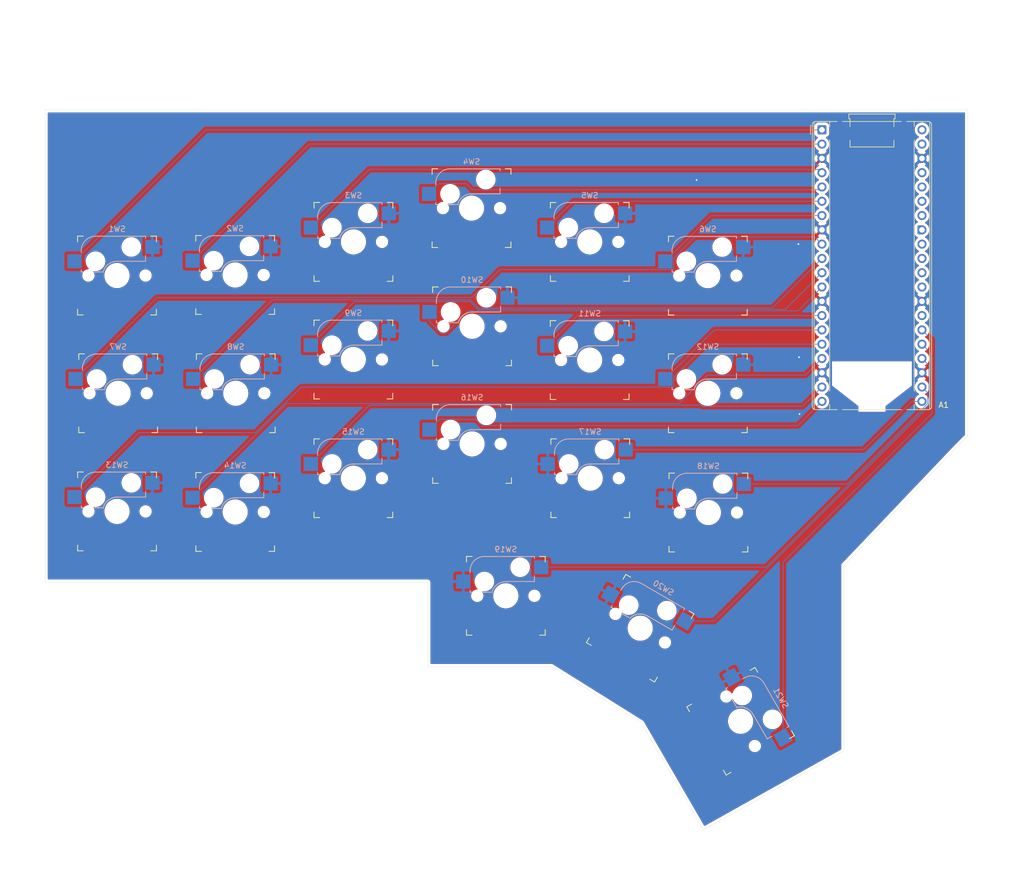
<source format=kicad_pcb>
(kicad_pcb (version 20241229) (generator "pcbnew") (generator_version "9.0")
  (layers (0 "F.Cu" signal "Front") (4 "In1.Cu" signal) (6 "In2.Cu" signal) (2 "B.Cu" signal "Back") (13 "F.Paste" user) (15 "B.Paste" user) (5 "F.SilkS" user "F.Silkscreen") (7 "B.SilkS" user "B.Silkscreen") (1 "F.Mask" user) (3 "B.Mask" user) (25 "Edge.Cuts" user))
  (net 0 "")
  (net 1 "Net-(A1-GPIO6)")
  (net 3 "GND")
  (net 4 "Net-(A1-GPIO12)")
  (net 5 "Net-(A1-GPIO0)")
  (net 7 "Net-(A1-GPIO15)")
  (net 9 "Net-(A1-GPIO5)")
  (net 11 "Net-(A1-GPIO2)")
  (net 12 "+3V8")
  (net 13 "Net-(A1-GPIO14)")
  (net 14 "Net-(A1-GPIO9)")
  (net 15 "Net-(A1-GPIO1)")
  (net 16 "Net-(A1-GPIO7)")
  (net 17 "Net-(A1-GPIO19)")
  (net 18 "Net-(A1-GPIO17)")
  (net 19 "Net-(A1-GPIO18)")
  (net 20 "Net-(A1-GPIO3)")
  (net 21 "Net-(A1-GPIO20)")
  (net 22 "Net-(A1-GPIO4)")
  (net 24 "Net-(A1-GPIO8)")
  (net 26 "Net-(A1-GPIO10)")
  (net 31 "Net-(A1-GPIO11)")
  (net 33 "Net-(A1-GPIO13)")
  (net 34 "Net-(A1-GPIO16)")
  (footprint "Kailh_socket_MX:Kailh_socket_MX" (layer "F.Cu") (at 80.79 64.48)
    (property "Reference" "SW1" (at 0 -8.255 0) (layer "B.SilkS") (effects (justify mirror)))
    (property "Value" "SW_Push")
    (pad "" np_thru_hole circle (at -5.08 0) (size 1.7018 1.7018) (drill 1.7018) (layers "*.Cu" "*.Mask"))
    (pad "" np_thru_hole circle (at -3.81 -2.54) (size 3 3) (drill 3) (layers "*.Cu" "*.Mask"))
    (pad "" np_thru_hole circle (at 0 0) (size 3.9878 3.9878) (drill 3.9878) (layers "*.Cu" "*.Mask"))
    (pad "" np_thru_hole circle (at 2.54 -5.08) (size 3 3) (drill 3) (layers "*.Cu" "*.Mask"))
    (pad "" np_thru_hole circle (at 5.08 0) (size 1.7018 1.7018) (drill 1.7018) (layers "*.Cu" "*.Mask"))
    (pad "1" smd rect (at 6.29 -5.08) (size 2.55 2.5) (layers "B.Cu" "B.Mask" "B.Paste") (net 3 "GND"))
    (pad "2" smd rect (at -7.56 -2.54) (size 2.55 2.5) (layers "B.Cu" "B.Mask" "B.Paste") (net 5 "Net-(A1-GPIO0)"))
  )
  (footprint "Kailh_socket_MX:Kailh_socket_MX" (layer "F.Cu") (at 101.79 64.38)
    (property "Reference" "SW2" (at 0 -8.255 0) (layer "B.SilkS") (effects (justify mirror)))
    (property "Value" "SW_Push")
    (pad "" np_thru_hole circle (at -5.08 0) (size 1.7018 1.7018) (drill 1.7018) (layers "*.Cu" "*.Mask"))
    (pad "" np_thru_hole circle (at -3.81 -2.54) (size 3 3) (drill 3) (layers "*.Cu" "*.Mask"))
    (pad "" np_thru_hole circle (at 0 0) (size 3.9878 3.9878) (drill 3.9878) (layers "*.Cu" "*.Mask"))
    (pad "" np_thru_hole circle (at 2.54 -5.08) (size 3 3) (drill 3) (layers "*.Cu" "*.Mask"))
    (pad "" np_thru_hole circle (at 5.08 0) (size 1.7018 1.7018) (drill 1.7018) (layers "*.Cu" "*.Mask"))
    (pad "1" smd rect (at 6.29 -5.08) (size 2.55 2.5) (layers "B.Cu" "B.Mask" "B.Paste") (net 3 "GND"))
    (pad "2" smd rect (at -7.56 -2.54) (size 2.55 2.5) (layers "B.Cu" "B.Mask" "B.Paste") (net 15 "Net-(A1-GPIO1)"))
  )
  (footprint "Kailh_socket_MX:Kailh_socket_MX" (layer "F.Cu") (at 185.9 106.6)
    (property "Reference" "SW18" (at 0 -8.255 0) (layer "B.SilkS") (effects (justify mirror)))
    (property "Value" "SW_Push")
    (pad "" np_thru_hole circle (at -5.08 0) (size 1.7018 1.7018) (drill 1.7018) (layers "*.Cu" "*.Mask"))
    (pad "" np_thru_hole circle (at -3.81 -2.54) (size 3 3) (drill 3) (layers "*.Cu" "*.Mask"))
    (pad "" np_thru_hole circle (at 0 0) (size 3.9878 3.9878) (drill 3.9878) (layers "*.Cu" "*.Mask"))
    (pad "" np_thru_hole circle (at 2.54 -5.08) (size 3 3) (drill 3) (layers "*.Cu" "*.Mask"))
    (pad "" np_thru_hole circle (at 5.08 0) (size 1.7018 1.7018) (drill 1.7018) (layers "*.Cu" "*.Mask"))
    (pad "1" smd rect (at 6.29 -5.08) (size 2.55 2.5) (layers "B.Cu" "B.Mask" "B.Paste") (net 18 "Net-(A1-GPIO17)"))
    (pad "2" smd rect (at -7.56 -2.54) (size 2.55 2.5) (layers "B.Cu" "B.Mask" "B.Paste") (net 3 "GND"))
  )
  (footprint "Kailh_socket_MX:Kailh_socket_MX" (layer "F.Cu") (at 122.8 79.4)
    (property "Reference" "SW9" (at 0 -8.255 0) (layer "B.SilkS") (effects (justify mirror)))
    (property "Value" "SW_Push")
    (pad "" np_thru_hole circle (at -5.08 0) (size 1.7018 1.7018) (drill 1.7018) (layers "*.Cu" "*.Mask"))
    (pad "" np_thru_hole circle (at -3.81 -2.54) (size 3 3) (drill 3) (layers "*.Cu" "*.Mask"))
    (pad "" np_thru_hole circle (at 0 0) (size 3.9878 3.9878) (drill 3.9878) (layers "*.Cu" "*.Mask"))
    (pad "" np_thru_hole circle (at 2.54 -5.08) (size 3 3) (drill 3) (layers "*.Cu" "*.Mask"))
    (pad "" np_thru_hole circle (at 5.08 0) (size 1.7018 1.7018) (drill 1.7018) (layers "*.Cu" "*.Mask"))
    (pad "1" smd rect (at 6.29 -5.08) (size 2.55 2.5) (layers "B.Cu" "B.Mask" "B.Paste") (net 3 "GND"))
    (pad "2" smd rect (at -7.56 -2.54) (size 2.55 2.5) (layers "B.Cu" "B.Mask" "B.Paste") (net 24 "Net-(A1-GPIO8)"))
  )
  (footprint "Kailh_socket_MX:Kailh_socket_MX" (layer "F.Cu") (at 122.8 100.5)
    (property "Reference" "SW15" (at 0 -8.255 0) (layer "B.SilkS") (effects (justify mirror)))
    (property "Value" "SW_Push")
    (pad "" np_thru_hole circle (at -5.08 0) (size 1.7018 1.7018) (drill 1.7018) (layers "*.Cu" "*.Mask"))
    (pad "" np_thru_hole circle (at -3.81 -2.54) (size 3 3) (drill 3) (layers "*.Cu" "*.Mask"))
    (pad "" np_thru_hole circle (at 0 0) (size 3.9878 3.9878) (drill 3.9878) (layers "*.Cu" "*.Mask"))
    (pad "" np_thru_hole circle (at 2.54 -5.08) (size 3 3) (drill 3) (layers "*.Cu" "*.Mask"))
    (pad "" np_thru_hole circle (at 5.08 0) (size 1.7018 1.7018) (drill 1.7018) (layers "*.Cu" "*.Mask"))
    (pad "1" smd rect (at 6.29 -5.08) (size 2.55 2.5) (layers "B.Cu" "B.Mask" "B.Paste") (net 3 "GND"))
    (pad "2" smd rect (at -7.56 -2.54) (size 2.55 2.5) (layers "B.Cu" "B.Mask" "B.Paste") (net 13 "Net-(A1-GPIO14)"))
  )
  (footprint "Kailh_socket_MX:Kailh_socket_MX" (layer "F.Cu") (at 80.8 106.4)
    (property "Reference" "SW13" (at 0 -8.255 0) (layer "B.SilkS") (effects (justify mirror)))
    (property "Value" "SW_Push")
    (pad "" np_thru_hole circle (at -5.08 0) (size 1.7018 1.7018) (drill 1.7018) (layers "*.Cu" "*.Mask"))
    (pad "" np_thru_hole circle (at -3.81 -2.54) (size 3 3) (drill 3) (layers "*.Cu" "*.Mask"))
    (pad "" np_thru_hole circle (at 0 0) (size 3.9878 3.9878) (drill 3.9878) (layers "*.Cu" "*.Mask"))
    (pad "" np_thru_hole circle (at 2.54 -5.08) (size 3 3) (drill 3) (layers "*.Cu" "*.Mask"))
    (pad "" np_thru_hole circle (at 5.08 0) (size 1.7018 1.7018) (drill 1.7018) (layers "*.Cu" "*.Mask"))
    (pad "1" smd rect (at 6.29 -5.08) (size 2.55 2.5) (layers "B.Cu" "B.Mask" "B.Paste") (net 3 "GND"))
    (pad "2" smd rect (at -7.56 -2.54) (size 2.55 2.5) (layers "B.Cu" "B.Mask" "B.Paste") (net 4 "Net-(A1-GPIO12)"))
  )
  (footprint "Kailh_socket_MX:Kailh_socket_MX" (layer "F.Cu") (at 101.9 85.4)
    (property "Reference" "SW8" (at 0 -8.255 0) (layer "B.SilkS") (effects (justify mirror)))
    (property "Value" "SW_Push")
    (pad "" np_thru_hole circle (at -5.08 0) (size 1.7018 1.7018) (drill 1.7018) (layers "*.Cu" "*.Mask"))
    (pad "" np_thru_hole circle (at -3.81 -2.54) (size 3 3) (drill 3) (layers "*.Cu" "*.Mask"))
    (pad "" np_thru_hole circle (at 0 0) (size 3.9878 3.9878) (drill 3.9878) (layers "*.Cu" "*.Mask"))
    (pad "" np_thru_hole circle (at 2.54 -5.08) (size 3 3) (drill 3) (layers "*.Cu" "*.Mask"))
    (pad "" np_thru_hole circle (at 5.08 0) (size 1.7018 1.7018) (drill 1.7018) (layers "*.Cu" "*.Mask"))
    (pad "1" smd rect (at 6.29 -5.08) (size 2.55 2.5) (layers "B.Cu" "B.Mask" "B.Paste") (net 3 "GND"))
    (pad "2" smd rect (at -7.56 -2.54) (size 2.55 2.5) (layers "B.Cu" "B.Mask" "B.Paste") (net 16 "Net-(A1-GPIO7)"))
  )
  (footprint "Kailh_socket_MX:Kailh_socket_MX" (layer "F.Cu") (at 143.9 73.5)
    (property "Reference" "SW10" (at 0 -8.255 0) (layer "B.SilkS") (effects (justify mirror)))
    (property "Value" "SW_Push")
    (pad "" np_thru_hole circle (at -5.08 0) (size 1.7018 1.7018) (drill 1.7018) (layers "*.Cu" "*.Mask"))
    (pad "" np_thru_hole circle (at -3.81 -2.54) (size 3 3) (drill 3) (layers "*.Cu" "*.Mask"))
    (pad "" np_thru_hole circle (at 0 0) (size 3.9878 3.9878) (drill 3.9878) (layers "*.Cu" "*.Mask"))
    (pad "" np_thru_hole circle (at 2.54 -5.08) (size 3 3) (drill 3) (layers "*.Cu" "*.Mask"))
    (pad "" np_thru_hole circle (at 5.08 0) (size 1.7018 1.7018) (drill 1.7018) (layers "*.Cu" "*.Mask"))
    (pad "1" smd rect (at 6.29 -5.08) (size 2.55 2.5) (layers "B.Cu" "B.Mask" "B.Paste") (net 3 "GND"))
    (pad "2" smd rect (at -7.56 -2.54) (size 2.55 2.5) (layers "B.Cu" "B.Mask" "B.Paste") (net 14 "Net-(A1-GPIO9)"))
  )
  (footprint "Kailh_socket_MX:Kailh_socket_MX" (layer "F.Cu") (at 164.9 100.5)
    (property "Reference" "SW17" (at 0 -8.255 0) (layer "B.SilkS") (effects (justify mirror)))
    (property "Value" "SW_Push")
    (pad "" np_thru_hole circle (at -5.08 0) (size 1.7018 1.7018) (drill 1.7018) (layers "*.Cu" "*.Mask"))
    (pad "" np_thru_hole circle (at -3.81 -2.54) (size 3 3) (drill 3) (layers "*.Cu" "*.Mask"))
    (pad "" np_thru_hole circle (at 0 0) (size 3.9878 3.9878) (drill 3.9878) (layers "*.Cu" "*.Mask"))
    (pad "" np_thru_hole circle (at 2.54 -5.08) (size 3 3) (drill 3) (layers "*.Cu" "*.Mask"))
    (pad "" np_thru_hole circle (at 5.08 0) (size 1.7018 1.7018) (drill 1.7018) (layers "*.Cu" "*.Mask"))
    (pad "1" smd rect (at 6.29 -5.08) (size 2.55 2.5) (layers "B.Cu" "B.Mask" "B.Paste") (net 34 "Net-(A1-GPIO16)"))
    (pad "2" smd rect (at -7.56 -2.54) (size 2.55 2.5) (layers "B.Cu" "B.Mask" "B.Paste") (net 3 "GND"))
  )
  (footprint "Kailh_socket_MX:Kailh_socket_MX" (layer "F.Cu") (at 122.815 58.5)
    (property "Reference" "SW3" (at 0 -8.255 0) (layer "B.SilkS") (effects (justify mirror)))
    (property "Value" "SW_Push")
    (pad "" np_thru_hole circle (at -5.08 0) (size 1.7018 1.7018) (drill 1.7018) (layers "*.Cu" "*.Mask"))
    (pad "" np_thru_hole circle (at -3.81 -2.54) (size 3 3) (drill 3) (layers "*.Cu" "*.Mask"))
    (pad "" np_thru_hole circle (at 0 0) (size 3.9878 3.9878) (drill 3.9878) (layers "*.Cu" "*.Mask"))
    (pad "" np_thru_hole circle (at 2.54 -5.08) (size 3 3) (drill 3) (layers "*.Cu" "*.Mask"))
    (pad "" np_thru_hole circle (at 5.08 0) (size 1.7018 1.7018) (drill 1.7018) (layers "*.Cu" "*.Mask"))
    (pad "1" smd rect (at 6.29 -5.08) (size 2.55 2.5) (layers "B.Cu" "B.Mask" "B.Paste") (net 3 "GND"))
    (pad "2" smd rect (at -7.56 -2.54) (size 2.55 2.5) (layers "B.Cu" "B.Mask" "B.Paste") (net 11 "Net-(A1-GPIO2)"))
  )
  (footprint "Kailh_socket_MX:Kailh_socket_MX" (layer "F.Cu") (at 101.8 106.5)
    (property "Reference" "SW14" (at 0 -8.255 0) (layer "B.SilkS") (effects (justify mirror)))
    (property "Value" "SW_Push")
    (pad "" np_thru_hole circle (at -5.08 0) (size 1.7018 1.7018) (drill 1.7018) (layers "*.Cu" "*.Mask"))
    (pad "" np_thru_hole circle (at -3.81 -2.54) (size 3 3) (drill 3) (layers "*.Cu" "*.Mask"))
    (pad "" np_thru_hole circle (at 0 0) (size 3.9878 3.9878) (drill 3.9878) (layers "*.Cu" "*.Mask"))
    (pad "" np_thru_hole circle (at 2.54 -5.08) (size 3 3) (drill 3) (layers "*.Cu" "*.Mask"))
    (pad "" np_thru_hole circle (at 5.08 0) (size 1.7018 1.7018) (drill 1.7018) (layers "*.Cu" "*.Mask"))
    (pad "1" smd rect (at 6.29 -5.08) (size 2.55 2.5) (layers "B.Cu" "B.Mask" "B.Paste") (net 3 "GND"))
    (pad "2" smd rect (at -7.56 -2.54) (size 2.55 2.5) (layers "B.Cu" "B.Mask" "B.Paste") (net 33 "Net-(A1-GPIO13)"))
  )
  (footprint "Kailh_socket_MX:Kailh_socket_MX" (layer "F.Cu") (at 191.62 143.699409 -60)
    (property "Reference" "SW21" (at 0 -8.255 120) (layer "B.SilkS") (effects (justify mirror)))
    (property "Value" "SW_Push")
    (pad "" np_thru_hole circle (at -5.08 0 300) (size 1.7018 1.7018) (drill 1.7018) (layers "*.Cu" "*.Mask"))
    (pad "" np_thru_hole circle (at -3.81 -2.540001 300) (size 3 3) (drill 3) (layers "*.Cu" "*.Mask"))
    (pad "" np_thru_hole circle (at 0 0 300) (size 3.9878 3.9878) (drill 3.9878) (layers "*.Cu" "*.Mask"))
    (pad "" np_thru_hole circle (at 2.54 -5.08 300) (size 3 3) (drill 3) (layers "*.Cu" "*.Mask"))
    (pad "" np_thru_hole circle (at 5.08 0 300) (size 1.7018 1.7018) (drill 1.7018) (layers "*.Cu" "*.Mask"))
    (pad "1" smd rect (at 6.29 -5.08 300) (size 2.55 2.5) (layers "B.Cu" "B.Mask" "B.Paste") (net 21 "Net-(A1-GPIO20)"))
    (pad "2" smd rect (at -7.56 -2.54 300) (size 2.55 2.5) (layers "B.Cu" "B.Mask" "B.Paste") (net 3 "GND"))
  )
  (footprint "Kailh_socket_MX:Kailh_socket_MX" (layer "F.Cu") (at 164.8 79.5)
    (property "Reference" "SW11" (at 0 -8.255 0) (layer "B.SilkS") (effects (justify mirror)))
    (property "Value" "SW_Push")
    (pad "" np_thru_hole circle (at -5.08 0) (size 1.7018 1.7018) (drill 1.7018) (layers "*.Cu" "*.Mask"))
    (pad "" np_thru_hole circle (at -3.81 -2.54) (size 3 3) (drill 3) (layers "*.Cu" "*.Mask"))
    (pad "" np_thru_hole circle (at 0 0) (size 3.9878 3.9878) (drill 3.9878) (layers "*.Cu" "*.Mask"))
    (pad "" np_thru_hole circle (at 2.54 -5.08) (size 3 3) (drill 3) (layers "*.Cu" "*.Mask"))
    (pad "" np_thru_hole circle (at 5.08 0) (size 1.7018 1.7018) (drill 1.7018) (layers "*.Cu" "*.Mask"))
    (pad "1" smd rect (at 6.29 -5.08) (size 2.55 2.5) (layers "B.Cu" "B.Mask" "B.Paste") (net 3 "GND"))
    (pad "2" smd rect (at -7.56 -2.54) (size 2.55 2.5) (layers "B.Cu" "B.Mask" "B.Paste") (net 26 "Net-(A1-GPIO10)"))
  )
  (footprint "Kailh_socket_MX:Kailh_socket_MX" (layer "F.Cu") (at 185.8 64.5)
    (property "Reference" "SW6" (at 0 -8.255 0) (layer "B.SilkS") (effects (justify mirror)))
    (property "Value" "SW_Push")
    (pad "" np_thru_hole circle (at -5.08 0) (size 1.7018 1.7018) (drill 1.7018) (layers "*.Cu" "*.Mask"))
    (pad "" np_thru_hole circle (at -3.81 -2.54) (size 3 3) (drill 3) (layers "*.Cu" "*.Mask"))
    (pad "" np_thru_hole circle (at 0 0) (size 3.9878 3.9878) (drill 3.9878) (layers "*.Cu" "*.Mask"))
    (pad "" np_thru_hole circle (at 2.54 -5.08) (size 3 3) (drill 3) (layers "*.Cu" "*.Mask"))
    (pad "" np_thru_hole circle (at 5.08 0) (size 1.7018 1.7018) (drill 1.7018) (layers "*.Cu" "*.Mask"))
    (pad "1" smd rect (at 6.29 -5.08) (size 2.55 2.5) (layers "B.Cu" "B.Mask" "B.Paste") (net 3 "GND"))
    (pad "2" smd rect (at -7.56 -2.54) (size 2.55 2.5) (layers "B.Cu" "B.Mask" "B.Paste") (net 9 "Net-(A1-GPIO5)"))
  )
  (footprint "Module:RaspberryPi_Pico_Common_THT" (layer "F.Cu") (at 206.08 38.58)
    (property "Reference" "A1" (at 20.6375 48.895 0) (layer "F.SilkS") (effects (justify left)))
    (property "Value" "RaspberryPi_Pico_W")
    (pad "1" thru_hole roundrect (at 0 0) (size 1.6 1.6) (drill 1) (layers "*.Cu" "*.Mask") (roundrect_rratio 0.125) (net 5 "Net-(A1-GPIO0)"))
    (pad "2" thru_hole circle (at 0 2.54) (size 1.6 1.6) (drill 1) (layers "*.Cu" "*.Mask") (net 15 "Net-(A1-GPIO1)"))
    (pad "3" thru_hole custom (at 0 5.08) (size 1.6 1.6) (drill 1) (layers "*.Cu" "*.Mask") (net 3 "GND") (options (clearance outline) (anchor circle)) (primitives (gr_poly (pts (xy 0.8 0.6) (xy 0.8 -0.6) (xy 0.6 -0.8) (xy 0 -0.8) (xy 0 0.8) (xy 0.6 0.8)) (width 0) (fill yes)) (gr_circle (center 0.6 0.6) (end 0.8 0.6) (width 0) (fill yes)) (gr_circle (center 0.6 -0.6) (end 0.8 -0.6) (width 0) (fill yes))))
    (pad "4" thru_hole circle (at 0 7.62) (size 1.6 1.6) (drill 1) (layers "*.Cu" "*.Mask") (net 11 "Net-(A1-GPIO2)"))
    (pad "5" thru_hole circle (at 0 10.16) (size 1.6 1.6) (drill 1) (layers "*.Cu" "*.Mask") (net 20 "Net-(A1-GPIO3)"))
    (pad "6" thru_hole circle (at 0 12.7) (size 1.6 1.6) (drill 1) (layers "*.Cu" "*.Mask") (net 22 "Net-(A1-GPIO4)"))
    (pad "7" thru_hole circle (at 0 15.24) (size 1.6 1.6) (drill 1) (layers "*.Cu" "*.Mask") (net 9 "Net-(A1-GPIO5)"))
    (pad "8" thru_hole custom (at 0 17.78) (size 1.6 1.6) (drill 1) (layers "*.Cu" "*.Mask") (net 3 "GND") (options (clearance outline) (anchor circle)) (primitives (gr_poly (pts (xy 0.8 0.6) (xy 0.8 -0.6) (xy 0.6 -0.8) (xy 0 -0.8) (xy 0 0.8) (xy 0.6 0.8)) (width 0) (fill yes)) (gr_circle (center 0.6 0.6) (end 0.8 0.6) (width 0) (fill yes)) (gr_circle (center 0.6 -0.6) (end 0.8 -0.6) (width 0) (fill yes))))
    (pad "9" thru_hole circle (at 0 20.32) (size 1.6 1.6) (drill 1) (layers "*.Cu" "*.Mask") (net 1 "Net-(A1-GPIO6)"))
    (pad "10" thru_hole circle (at 0 22.86) (size 1.6 1.6) (drill 1) (layers "*.Cu" "*.Mask") (net 16 "Net-(A1-GPIO7)"))
    (pad "11" thru_hole circle (at 0 25.4) (size 1.6 1.6) (drill 1) (layers "*.Cu" "*.Mask") (net 24 "Net-(A1-GPIO8)"))
    (pad "12" thru_hole circle (at 0 27.94) (size 1.6 1.6) (drill 1) (layers "*.Cu" "*.Mask") (net 14 "Net-(A1-GPIO9)"))
    (pad "13" thru_hole custom (at 0 30.48) (size 1.6 1.6) (drill 1) (layers "*.Cu" "*.Mask") (net 3 "GND") (options (clearance outline) (anchor circle)) (primitives (gr_poly (pts (xy 0.8 0.6) (xy 0.8 -0.6) (xy 0.6 -0.8) (xy 0 -0.8) (xy 0 0.8) (xy 0.6 0.8)) (width 0) (fill yes)) (gr_circle (center 0.6 0.6) (end 0.8 0.6) (width 0) (fill yes)) (gr_circle (center 0.6 -0.6) (end 0.8 -0.6) (width 0) (fill yes))))
    (pad "14" thru_hole circle (at 0 33.02) (size 1.6 1.6) (drill 1) (layers "*.Cu" "*.Mask") (net 26 "Net-(A1-GPIO10)"))
    (pad "15" thru_hole circle (at 0 35.56) (size 1.6 1.6) (drill 1) (layers "*.Cu" "*.Mask") (net 31 "Net-(A1-GPIO11)"))
    (pad "16" thru_hole circle (at 0 38.1) (size 1.6 1.6) (drill 1) (layers "*.Cu" "*.Mask") (net 4 "Net-(A1-GPIO12)"))
    (pad "17" thru_hole circle (at 0 40.64) (size 1.6 1.6) (drill 1) (layers "*.Cu" "*.Mask") (net 33 "Net-(A1-GPIO13)"))
    (pad "18" thru_hole custom (at 0 43.18) (size 1.6 1.6) (drill 1) (layers "*.Cu" "*.Mask") (net 3 "GND") (options (clearance outline) (anchor circle)) (primitives (gr_poly (pts (xy 0.8 0.6) (xy 0.8 -0.6) (xy 0.6 -0.8) (xy 0 -0.8) (xy 0 0.8) (xy 0.6 0.8)) (width 0) (fill yes)) (gr_circle (center 0.6 0.6) (end 0.8 0.6) (width 0) (fill yes)) (gr_circle (center 0.6 -0.6) (end 0.8 -0.6) (width 0) (fill yes))))
    (pad "19" thru_hole circle (at 0 45.72) (size 1.6 1.6) (drill 1) (layers "*.Cu" "*.Mask") (net 13 "Net-(A1-GPIO14)"))
    (pad "20" thru_hole circle (at 0 48.26) (size 1.6 1.6) (drill 1) (layers "*.Cu" "*.Mask") (net 7 "Net-(A1-GPIO15)"))
    (pad "21" thru_hole circle (at 17.78 48.26) (size 1.6 1.6) (drill 1) (layers "*.Cu" "*.Mask") (net 34 "Net-(A1-GPIO16)"))
    (pad "22" thru_hole circle (at 17.78 45.72) (size 1.6 1.6) (drill 1) (layers "*.Cu" "*.Mask") (net 18 "Net-(A1-GPIO17)"))
    (pad "23" thru_hole custom (at 17.78 43.18) (size 1.6 1.6) (drill 1) (layers "*.Cu" "*.Mask") (net 3 "GND") (options (clearance outline) (anchor circle)) (primitives (gr_poly (pts (xy -0.8 0.6) (xy -0.8 -0.6) (xy -0.6 -0.8) (xy 0 -0.8) (xy 0 0.8) (xy -0.6 0.8)) (width 0) (fill yes)) (gr_circle (center -0.6 0.6) (end -0.4 0.6) (width 0) (fill yes)) (gr_circle (center -0.6 -0.6) (end -0.4 -0.6) (width 0) (fill yes))))
    (pad "24" thru_hole circle (at 17.78 40.64) (size 1.6 1.6) (drill 1) (layers "*.Cu" "*.Mask") (net 19 "Net-(A1-GPIO18)"))
    (pad "25" thru_hole circle (at 17.78 38.1) (size 1.6 1.6) (drill 1) (layers "*.Cu" "*.Mask") (net 17 "Net-(A1-GPIO19)"))
    (pad "26" thru_hole circle (at 17.78 35.56) (size 1.6 1.6) (drill 1) (layers "*.Cu" "*.Mask") (net 21 "Net-(A1-GPIO20)"))
    (pad "27" thru_hole circle (at 17.78 33.02) (size 1.6 1.6) (drill 1) (layers "*.Cu" "*.Mask"))
    (pad "28" thru_hole custom (at 17.78 30.48) (size 1.6 1.6) (drill 1) (layers "*.Cu" "*.Mask") (net 3 "GND") (options (clearance outline) (anchor circle)) (primitives (gr_poly (pts (xy -0.8 0.6) (xy -0.8 -0.6) (xy -0.6 -0.8) (xy 0 -0.8) (xy 0 0.8) (xy -0.6 0.8)) (width 0) (fill yes)) (gr_circle (center -0.6 0.6) (end -0.4 0.6) (width 0) (fill yes)) (gr_circle (center -0.6 -0.6) (end -0.4 -0.6) (width 0) (fill yes))))
    (pad "29" thru_hole circle (at 17.78 27.94) (size 1.6 1.6) (drill 1) (layers "*.Cu" "*.Mask"))
    (pad "30" thru_hole circle (at 17.78 25.4) (size 1.6 1.6) (drill 1) (layers "*.Cu" "*.Mask"))
    (pad "31" thru_hole circle (at 17.78 22.86) (size 1.6 1.6) (drill 1) (layers "*.Cu" "*.Mask"))
    (pad "32" thru_hole circle (at 17.78 20.32) (size 1.6 1.6) (drill 1) (layers "*.Cu" "*.Mask"))
    (pad "33" thru_hole custom (at 17.78 17.78) (size 1.6 1.6) (drill 1) (layers "*.Cu" "*.Mask") (options (clearance outline) (anchor circle)) (primitives (gr_poly (pts (xy -0.8 0.6) (xy -0.8 -0.6) (xy -0.6 -0.8) (xy 0 -0.8) (xy 0 0.8) (xy -0.6 0.8)) (width 0) (fill yes)) (gr_circle (center -0.6 0.6) (end -0.4 0.6) (width 0) (fill yes)) (gr_circle (center -0.6 -0.6) (end -0.4 -0.6) (width 0) (fill yes))))
    (pad "34" thru_hole circle (at 17.78 15.24) (size 1.6 1.6) (drill 1) (layers "*.Cu" "*.Mask"))
    (pad "35" thru_hole circle (at 17.78 12.7) (size 1.6 1.6) (drill 1) (layers "*.Cu" "*.Mask"))
    (pad "36" thru_hole circle (at 17.78 10.16) (size 1.6 1.6) (drill 1) (layers "*.Cu" "*.Mask"))
    (pad "37" thru_hole circle (at 17.78 7.62) (size 1.6 1.6) (drill 1) (layers "*.Cu" "*.Mask"))
    (pad "38" thru_hole custom (at 17.78 5.08) (size 1.6 1.6) (drill 1) (layers "*.Cu" "*.Mask") (net 3 "GND") (options (clearance outline) (anchor circle)) (primitives (gr_poly (pts (xy -0.8 0.6) (xy -0.8 -0.6) (xy -0.6 -0.8) (xy 0 -0.8) (xy 0 0.8) (xy -0.6 0.8)) (width 0) (fill yes)) (gr_circle (center -0.6 0.6) (end -0.4 0.6) (width 0) (fill yes)) (gr_circle (center -0.6 -0.6) (end -0.4 -0.6) (width 0) (fill yes))))
    (pad "39" thru_hole circle (at 17.78 2.54) (size 1.6 1.6) (drill 1) (layers "*.Cu" "*.Mask") (net 12 "+3V8"))
    (pad "40" thru_hole circle (at 17.78 0) (size 1.6 1.6) (drill 1) (layers "*.Cu" "*.Mask"))
    (zone (net 0) (net_name "") (layers "F.Cu" "B.Cu" "In1.Cu" "In2.Cu" "F.Paste" "B.Paste") (name "Antenna Copper Keep Out") (connect_pads (clearance 0)) (min_thickness 0.254)
      (keepout (tracks not_allowed) (vias not_allowed) (pads not_allowed) (copperpour not_allowed) (footprints allowed))
      (fill (thermal_gap 0.508) (thermal_bridge_width 0.508))
      (polygon (pts (xy 212.57 87.699895) (xy 207.87 84.049895) (xy 207.87 79.71) (xy 222.07 79.71) (xy 222.07 84.049895) (xy 217.37 87.699895) (xy 217.37 88.71) (xy 212.57 88.71)))
    )
  )
  (footprint "Kailh_socket_MX:Kailh_socket_MX" (layer "F.Cu") (at 149.9 121.4)
    (property "Reference" "SW19" (at 0 -8.255 0) (layer "B.SilkS") (effects (justify mirror)))
    (property "Value" "SW_Push")
    (pad "" np_thru_hole circle (at -5.08 0) (size 1.7018 1.7018) (drill 1.7018) (layers "*.Cu" "*.Mask"))
    (pad "" np_thru_hole circle (at -3.81 -2.54) (size 3 3) (drill 3) (layers "*.Cu" "*.Mask"))
    (pad "" np_thru_hole circle (at 0 0) (size 3.9878 3.9878) (drill 3.9878) (layers "*.Cu" "*.Mask"))
    (pad "" np_thru_hole circle (at 2.54 -5.08) (size 3 3) (drill 3) (layers "*.Cu" "*.Mask"))
    (pad "" np_thru_hole circle (at 5.08 0) (size 1.7018 1.7018) (drill 1.7018) (layers "*.Cu" "*.Mask"))
    (pad "1" smd rect (at 6.29 -5.08) (size 2.55 2.5) (layers "B.Cu" "B.Mask" "B.Paste") (net 19 "Net-(A1-GPIO18)"))
    (pad "2" smd rect (at -7.56 -2.54) (size 2.55 2.5) (layers "B.Cu" "B.Mask" "B.Paste") (net 3 "GND"))
  )
  (footprint "Kailh_socket_MX:Kailh_socket_MX" (layer "F.Cu") (at 164.815 58.5)
    (property "Reference" "SW5" (at 0 -8.255 0) (layer "B.SilkS") (effects (justify mirror)))
    (property "Value" "SW_Push")
    (pad "" np_thru_hole circle (at -5.08 0) (size 1.7018 1.7018) (drill 1.7018) (layers "*.Cu" "*.Mask"))
    (pad "" np_thru_hole circle (at -3.81 -2.54) (size 3 3) (drill 3) (layers "*.Cu" "*.Mask"))
    (pad "" np_thru_hole circle (at 0 0) (size 3.9878 3.9878) (drill 3.9878) (layers "*.Cu" "*.Mask"))
    (pad "" np_thru_hole circle (at 2.54 -5.08) (size 3 3) (drill 3) (layers "*.Cu" "*.Mask"))
    (pad "" np_thru_hole circle (at 5.08 0) (size 1.7018 1.7018) (drill 1.7018) (layers "*.Cu" "*.Mask"))
    (pad "1" smd rect (at 6.29 -5.08) (size 2.55 2.5) (layers "B.Cu" "B.Mask" "B.Paste") (net 3 "GND"))
    (pad "2" smd rect (at -7.56 -2.54) (size 2.55 2.5) (layers "B.Cu" "B.Mask" "B.Paste") (net 22 "Net-(A1-GPIO4)"))
  )
  (footprint "Kailh_socket_MX:Kailh_socket_MX" (layer "F.Cu") (at 143.8 52.5)
    (property "Reference" "SW4" (at 0 -8.255 0) (layer "B.SilkS") (effects (justify mirror)))
    (property "Value" "SW_Push")
    (pad "" np_thru_hole circle (at -5.08 0) (size 1.7018 1.7018) (drill 1.7018) (layers "*.Cu" "*.Mask"))
    (pad "" np_thru_hole circle (at -3.81 -2.54) (size 3 3) (drill 3) (layers "*.Cu" "*.Mask"))
    (pad "" np_thru_hole circle (at 0 0) (size 3.9878 3.9878) (drill 3.9878) (layers "*.Cu" "*.Mask"))
    (pad "" np_thru_hole circle (at 2.54 -5.08) (size 3 3) (drill 3) (layers "*.Cu" "*.Mask"))
    (pad "" np_thru_hole circle (at 5.08 0) (size 1.7018 1.7018) (drill 1.7018) (layers "*.Cu" "*.Mask"))
    (pad "1" smd rect (at 6.29 -5.08) (size 2.55 2.5) (layers "B.Cu" "B.Mask" "B.Paste") (net 3 "GND"))
    (pad "2" smd rect (at -7.56 -2.54) (size 2.55 2.5) (layers "B.Cu" "B.Mask" "B.Paste") (net 20 "Net-(A1-GPIO3)"))
  )
  (footprint "Kailh_socket_MX:Kailh_socket_MX" (layer "F.Cu") (at 81 85.4)
    (property "Reference" "SW7" (at 0 -8.255 0) (layer "B.SilkS") (effects (justify mirror)))
    (property "Value" "SW_Push")
    (pad "" np_thru_hole circle (at -5.08 0) (size 1.7018 1.7018) (drill 1.7018) (layers "*.Cu" "*.Mask"))
    (pad "" np_thru_hole circle (at -3.81 -2.54) (size 3 3) (drill 3) (layers "*.Cu" "*.Mask"))
    (pad "" np_thru_hole circle (at 0 0) (size 3.9878 3.9878) (drill 3.9878) (layers "*.Cu" "*.Mask"))
    (pad "" np_thru_hole circle (at 2.54 -5.08) (size 3 3) (drill 3) (layers "*.Cu" "*.Mask"))
    (pad "" np_thru_hole circle (at 5.08 0) (size 1.7018 1.7018) (drill 1.7018) (layers "*.Cu" "*.Mask"))
    (pad "1" smd rect (at 6.29 -5.08) (size 2.55 2.5) (layers "B.Cu" "B.Mask" "B.Paste") (net 3 "GND"))
    (pad "2" smd rect (at -7.56 -2.54) (size 2.55 2.5) (layers "B.Cu" "B.Mask" "B.Paste") (net 1 "Net-(A1-GPIO6)"))
  )
  (footprint "Kailh_socket_MX:Kailh_socket_MX" (layer "F.Cu") (at 143.9 94.4)
    (property "Reference" "SW16" (at 0 -8.255 0) (layer "B.SilkS") (effects (justify mirror)))
    (property "Value" "SW_Push")
    (pad "" np_thru_hole circle (at -5.08 0) (size 1.7018 1.7018) (drill 1.7018) (layers "*.Cu" "*.Mask"))
    (pad "" np_thru_hole circle (at -3.81 -2.54) (size 3 3) (drill 3) (layers "*.Cu" "*.Mask"))
    (pad "" np_thru_hole circle (at 0 0) (size 3.9878 3.9878) (drill 3.9878) (layers "*.Cu" "*.Mask"))
    (pad "" np_thru_hole circle (at 2.54 -5.08) (size 3 3) (drill 3) (layers "*.Cu" "*.Mask"))
    (pad "" np_thru_hole circle (at 5.08 0) (size 1.7018 1.7018) (drill 1.7018) (layers "*.Cu" "*.Mask"))
    (pad "1" smd rect (at 6.29 -5.08) (size 2.55 2.5) (layers "B.Cu" "B.Mask" "B.Paste") (net 3 "GND"))
    (pad "2" smd rect (at -7.56 -2.54) (size 2.55 2.5) (layers "B.Cu" "B.Mask" "B.Paste") (net 7 "Net-(A1-GPIO15)"))
  )
  (footprint "Kailh_socket_MX:Kailh_socket_MX" (layer "F.Cu") (at 173.779409 127.16 -30)
    (property "Reference" "SW20" (at 0 -8.255 150) (layer "B.SilkS") (effects (justify mirror)))
    (property "Value" "SW_Push")
    (pad "" np_thru_hole circle (at -5.08 0 330) (size 1.7018 1.7018) (drill 1.7018) (layers "*.Cu" "*.Mask"))
    (pad "" np_thru_hole circle (at -3.81 -2.54 330) (size 3 3) (drill 3) (layers "*.Cu" "*.Mask"))
    (pad "" np_thru_hole circle (at 0 0 330) (size 3.9878 3.9878) (drill 3.9878) (layers "*.Cu" "*.Mask"))
    (pad "" np_thru_hole circle (at 2.54 -5.08 330) (size 3 3) (drill 3) (layers "*.Cu" "*.Mask"))
    (pad "" np_thru_hole circle (at 5.08 0 330) (size 1.7018 1.7018) (drill 1.7018) (layers "*.Cu" "*.Mask"))
    (pad "1" smd rect (at 6.29 -5.08 330) (size 2.55 2.5) (layers "B.Cu" "B.Mask" "B.Paste") (net 17 "Net-(A1-GPIO19)"))
    (pad "2" smd rect (at -7.56 -2.54 330) (size 2.55 2.5) (layers "B.Cu" "B.Mask" "B.Paste") (net 3 "GND"))
  )
  (footprint "Kailh_socket_MX:Kailh_socket_MX" (layer "F.Cu") (at 185.8 85.4)
    (property "Reference" "SW12" (at 0 -8.255 0) (layer "B.SilkS") (effects (justify mirror)))
    (property "Value" "SW_Push")
    (pad "" np_thru_hole circle (at -5.08 0) (size 1.7018 1.7018) (drill 1.7018) (layers "*.Cu" "*.Mask"))
    (pad "" np_thru_hole circle (at -3.81 -2.54) (size 3 3) (drill 3) (layers "*.Cu" "*.Mask"))
    (pad "" np_thru_hole circle (at 0 0) (size 3.9878 3.9878) (drill 3.9878) (layers "*.Cu" "*.Mask"))
    (pad "" np_thru_hole circle (at 2.54 -5.08) (size 3 3) (drill 3) (layers "*.Cu" "*.Mask"))
    (pad "" np_thru_hole circle (at 5.08 0) (size 1.7018 1.7018) (drill 1.7018) (layers "*.Cu" "*.Mask"))
    (pad "1" smd rect (at 6.29 -5.08) (size 2.55 2.5) (layers "B.Cu" "B.Mask" "B.Paste") (net 3 "GND"))
    (pad "2" smd rect (at -7.56 -2.54) (size 2.55 2.5) (layers "B.Cu" "B.Mask" "B.Paste") (net 31 "Net-(A1-GPIO11)"))
  )
  (gr_line (start 136 133) (end 136 134) (stroke (width 0.0381)) (layer "Edge.Cuts"))
  (gr_line (start 232 93) (end 232 36) (stroke (width 0.0381)) (layer "Edge.Cuts"))
  (gr_line (start 158 134) (end 174 144) (stroke (width 0.0381)) (layer "Edge.Cuts"))
  (gr_line (start 68 36) (end 68 119) (stroke (width 0.0381)) (layer "Edge.Cuts"))
  (gr_line (start 232 36) (end 232 35) (stroke (width 0.0381)) (layer "Edge.Cuts"))
  (gr_line (start 232 35) (end 68 35) (stroke (width 0.0381)) (layer "Edge.Cuts"))
  (gr_line (start 136 134) (end 158 134) (stroke (width 0.0381)) (layer "Edge.Cuts"))
  (gr_line (start 185 163) (end 210 149) (stroke (width 0.0381)) (layer "Edge.Cuts"))
  (gr_line (start 136 119) (end 136 133) (stroke (width 0.0381)) (layer "Edge.Cuts"))
  (gr_line (start 68 35) (end 68 36) (stroke (width 0.0381)) (layer "Edge.Cuts"))
  (gr_line (start 210 149) (end 210 116) (stroke (width 0.0381)) (layer "Edge.Cuts"))
  (gr_line (start 230 95) (end 232 93) (stroke (width 0.0381)) (layer "Edge.Cuts"))
  (gr_line (start 174 144) (end 185 163) (stroke (width 0.0381)) (layer "Edge.Cuts"))
  (gr_line (start 68 119) (end 136 119) (stroke (width 0.0381)) (layer "Edge.Cuts"))
  (gr_line (start 210 116) (end 230 95) (stroke (width 0.0381)) (layer "Edge.Cuts"))
  (segment (start 87.9 68.4) (end 143.893909 68.4) (width 0.127) (layer "B.Cu") (net 1))
  (segment (start 148.892409 63.4015) (end 179.7065 63.4015) (width 0.127) (layer "B.Cu") (net 1))
  (segment (start 179.7065 63.4015) (end 179.7065 61.3935) (width 0.127) (layer "B.Cu") (net 1))
  (segment (start 73.44 82.86) (end 87.9 68.4) (width 0.127) (layer "B.Cu") (net 1))
  (segment (start 204.7855 57.6055) (end 206.08 58.9) (width 0.127) (layer "B.Cu") (net 1))
  (segment (start 183.4945 57.6055) (end 204.7855 57.6055) (width 0.127) (layer "B.Cu") (net 1))
  (segment (start 143.893909 68.4) (end 148.892409 63.4015) (width 0.127) (layer "B.Cu") (net 1))
  (segment (start 179.7065 61.3935) (end 183.4945 57.6055) (width 0.127) (layer "B.Cu") (net 1))
  (via (at 201.9 58.9) (size 0.6) (drill 0.3) (layers "F.Cu" "B.Cu") (net 3))
  (via (at 183.8 47.5) (size 0.6) (drill 0.3) (layers "F.Cu" "B.Cu") (net 3))
  (via (at 202 79) (size 0.6) (drill 0.3) (layers "F.Cu" "B.Cu") (net 3))
  (via (at 202.1 89.1) (size 0.6) (drill 0.3) (layers "F.Cu" "B.Cu") (net 3))
  (segment (start 105.439376 92.4) (end 113.537876 84.3015) (width 0.127) (layer "B.Cu") (net 4))
  (segment (start 179.7065 82.577409) (end 185.603909 76.68) (width 0.127) (layer "B.Cu") (net 4))
  (segment (start 179.7065 84.3015) (end 179.7065 82.577409) (width 0.127) (layer "B.Cu") (net 4))
  (segment (start 185.603909 76.68) (end 206.08 76.68) (width 0.127) (layer "B.Cu") (net 4))
  (segment (start 73.24 103.86) (end 84.7 92.4) (width 0.127) (layer "B.Cu") (net 4))
  (segment (start 84.7 92.4) (end 105.439376 92.4) (width 0.127) (layer "B.Cu") (net 4))
  (segment (start 113.537876 84.3015) (end 179.7065 84.3015) (width 0.127) (layer "B.Cu") (net 4))
  (segment (start 73.23 61.94) (end 96.59 38.58) (width 0.127) (layer "B.Cu") (net 5))
  (segment (start 96.59 38.58) (end 206.08 38.58) (width 0.127) (layer "B.Cu") (net 5))
  (segment (start 201.7855 91.1345) (end 206.08 86.84) (width 0.127) (layer "B.Cu") (net 7))
  (segment (start 144.599409 90.0455) (end 145.688409 91.1345) (width 0.127) (layer "B.Cu") (net 7))
  (segment (start 145.688409 91.1345) (end 201.7855 91.1345) (width 0.127) (layer "B.Cu") (net 7))
  (segment (start 136.34 91.86) (end 138.1545 90.0455) (width 0.127) (layer "B.Cu") (net 7))
  (segment (start 138.1545 90.0455) (end 144.599409 90.0455) (width 0.127) (layer "B.Cu") (net 7))
  (segment (start 186.38 53.82) (end 206.08 53.82) (width 0.127) (layer "B.Cu") (net 9))
  (segment (start 178.24 61.96) (end 186.38 53.82) (width 0.127) (layer "B.Cu") (net 9))
  (segment (start 205.4855 45.6055) (end 206.08 46.2) (width 0.127) (layer "B.Cu") (net 11))
  (segment (start 115.255 55.96) (end 125.6095 45.6055) (width 0.127) (layer "B.Cu") (net 11))
  (segment (start 125.6095 45.6055) (end 205.4855 45.6055) (width 0.127) (layer "B.Cu") (net 11))
  (segment (start 115.24 97.96) (end 125.6945 87.5055) (width 0.127) (layer "B.Cu") (net 13))
  (segment (start 202.6716 87.7084) (end 206.08 84.3) (width 0.127) (layer "B.Cu") (net 13))
  (segment (start 184.843829 87.7084) (end 202.6716 87.7084) (width 0.127) (layer "B.Cu") (net 13))
  (segment (start 125.6945 87.5055) (end 184.640929 87.5055) (width 0.127) (layer "B.Cu") (net 13))
  (segment (start 184.640929 87.5055) (end 184.843829 87.7084) (width 0.127) (layer "B.Cu") (net 13))
  (segment (start 138.337276 74.6654) (end 139.302724 74.6654) (width 0.127) (layer "B.Cu") (net 14))
  (segment (start 136.34 70.96) (end 136.34 72.668124) (width 0.127) (layer "B.Cu") (net 14))
  (segment (start 143.223625 70.744499) (end 201.855501 70.744499) (width 0.127) (layer "B.Cu") (net 14))
  (segment (start 201.855501 70.744499) (end 206.08 66.52) (width 0.127) (layer "B.Cu") (net 14))
  (segment (start 136.34 72.668124) (end 138.337276 74.6654) (width 0.127) (layer "B.Cu") (net 14))
  (segment (start 139.302724 74.6654) (end 143.223625 70.744499) (width 0.127) (layer "B.Cu") (net 14))
  (segment (start 94.23 61.84) (end 114.95 41.12) (width 0.127) (layer "B.Cu") (net 15))
  (segment (start 114.95 41.12) (end 206.08 41.12) (width 0.127) (layer "B.Cu") (net 15))
  (segment (start 145.031824 70.2345) (end 197.2855 70.2345) (width 0.127) (layer "B.Cu") (net 16))
  (segment (start 94.34 82.86) (end 108.4 68.8) (width 0.127) (layer "B.Cu") (net 16))
  (segment (start 197.2855 70.2345) (end 206.08 61.44) (width 0.127) (layer "B.Cu") (net 16))
  (segment (start 143.597324 68.8) (end 145.031824 70.2345) (width 0.127) (layer "B.Cu") (net 16))
  (segment (start 108.4 68.8) (end 143.597324 68.8) (width 0.127) (layer "B.Cu") (net 16))
  (segment (start 181.766709 125.905591) (end 186.91785 125.905591) (width 0.127) (layer "B.Cu") (net 17))
  (segment (start 186.91785 125.905591) (end 225.3615 87.461941) (width 0.127) (layer "B.Cu") (net 17))
  (segment (start 225.3615 87.461941) (end 225.3615 78.1815) (width 0.127) (layer "B.Cu") (net 17))
  (segment (start 225.3615 78.1815) (end 223.86 76.68) (width 0.127) (layer "B.Cu") (net 17))
  (segment (start 224.8515 85.2915) (end 223.86 84.3) (width 0.127) (layer "B.Cu") (net 18))
  (segment (start 210.582193 101.52) (end 224.8515 87.250693) (width 0.127) (layer "B.Cu") (net 18))
  (segment (start 224.8515 87.250693) (end 224.8515 85.2915) (width 0.127) (layer "B.Cu") (net 18))
  (segment (start 192.19 101.52) (end 210.582193 101.52) (width 0.127) (layer "B.Cu") (net 18))
  (segment (start 225.1065 87.356317) (end 225.1065 80.4665) (width 0.127) (layer "B.Cu") (net 19))
  (segment (start 156.19 116.32) (end 196.142817 116.32) (width 0.127) (layer "B.Cu") (net 19))
  (segment (start 225.1065 80.4665) (end 223.86 79.22) (width 0.127) (layer "B.Cu") (net 19))
  (segment (start 196.142817 116.32) (end 225.1065 87.356317) (width 0.127) (layer "B.Cu") (net 19))
  (segment (start 136.24 49.96) (end 138.0545 48.1455) (width 0.127) (layer "B.Cu") (net 20))
  (segment (start 143.9345 49.2345) (end 205.5855 49.2345) (width 0.127) (layer "B.Cu") (net 20))
  (segment (start 138.0545 48.1455) (end 142.8455 48.1455) (width 0.127) (layer "B.Cu") (net 20))
  (segment (start 142.8455 48.1455) (end 143.9345 49.2345) (width 0.127) (layer "B.Cu") (net 20))
  (segment (start 205.5855 49.2345) (end 206.08 48.74) (width 0.127) (layer "B.Cu") (net 20))
  (segment (start 225.616499 88.983501) (end 225.616499 75.896499) (width 0.127) (layer "B.Cu") (net 21))
  (segment (start 199.164409 146.606709) (end 199.164409 115.435591) (width 0.127) (layer "B.Cu") (net 21))
  (segment (start 199.164409 115.435591) (end 225.616499 88.983501) (width 0.127) (layer "B.Cu") (net 21))
  (segment (start 225.616499 75.896499) (end 223.86 74.14) (width 0.127) (layer "B.Cu") (net 21))
  (segment (start 161.935 51.28) (end 206.08 51.28) (width 0.127) (layer "B.Cu") (net 22))
  (segment (start 157.255 55.96) (end 161.935 51.28) (width 0.127) (layer "B.Cu") (net 22))
  (segment (start 199.5705 70.4895) (end 206.08 63.98) (width 0.127) (layer "B.Cu") (net 24))
  (segment (start 144.9262 70.4895) (end 199.5705 70.4895) (width 0.127) (layer "B.Cu") (net 24))
  (segment (start 143.51835 69.08165) (end 144.9262 70.4895) (width 0.127) (layer "B.Cu") (net 24))
  (segment (start 115.24 76.86) (end 123.01835 69.08165) (width 0.127) (layer "B.Cu") (net 24))
  (segment (start 123.01835 69.08165) (end 143.51835 69.08165) (width 0.127) (layer "B.Cu") (net 24))
  (segment (start 157.24 76.96) (end 162.6 71.6) (width 0.127) (layer "B.Cu") (net 26))
  (segment (start 162.6 71.6) (end 206.08 71.6) (width 0.127) (layer "B.Cu") (net 26))
  (segment (start 186.96 74.14) (end 206.08 74.14) (width 0.127) (layer "B.Cu") (net 31))
  (segment (start 178.24 82.86) (end 186.96 74.14) (width 0.127) (layer "B.Cu") (net 31))
  (segment (start 180.684928 87.250501) (end 185.762665 82.172764) (width 0.127) (layer "B.Cu") (net 33))
  (segment (start 110.949499 87.250501) (end 180.684928 87.250501) (width 0.127) (layer "B.Cu") (net 33))
  (segment (start 203.127236 82.172764) (end 206.08 79.22) (width 0.127) (layer "B.Cu") (net 33))
  (segment (start 94.24 103.96) (end 110.949499 87.250501) (width 0.127) (layer "B.Cu") (net 33))
  (segment (start 185.762665 82.172764) (end 203.127236 82.172764) (width 0.127) (layer "B.Cu") (net 33))
  (segment (start 222.06 86.84) (end 223.86 86.84) (width 0.127) (layer "B.Cu") (net 34))
  (segment (start 171.19 95.42) (end 213.48 95.42) (width 0.127) (layer "B.Cu") (net 34))
  (segment (start 213.48 95.42) (end 222.06 86.84) (width 0.127) (layer "B.Cu") (net 34))
  (zone (net 3) (net_name "GND") (layers "F.Cu" "B.Cu") (connect_pads (clearance 0.5)) (min_thickness 0.25) (fill yes (thermal_gap 0.5) (thermal_bridge_width 0.5))
    (polygon (pts (xy 60 30) (xy 60 173) (xy 242 172) (xy 239 30)))
  )
)
</source>
